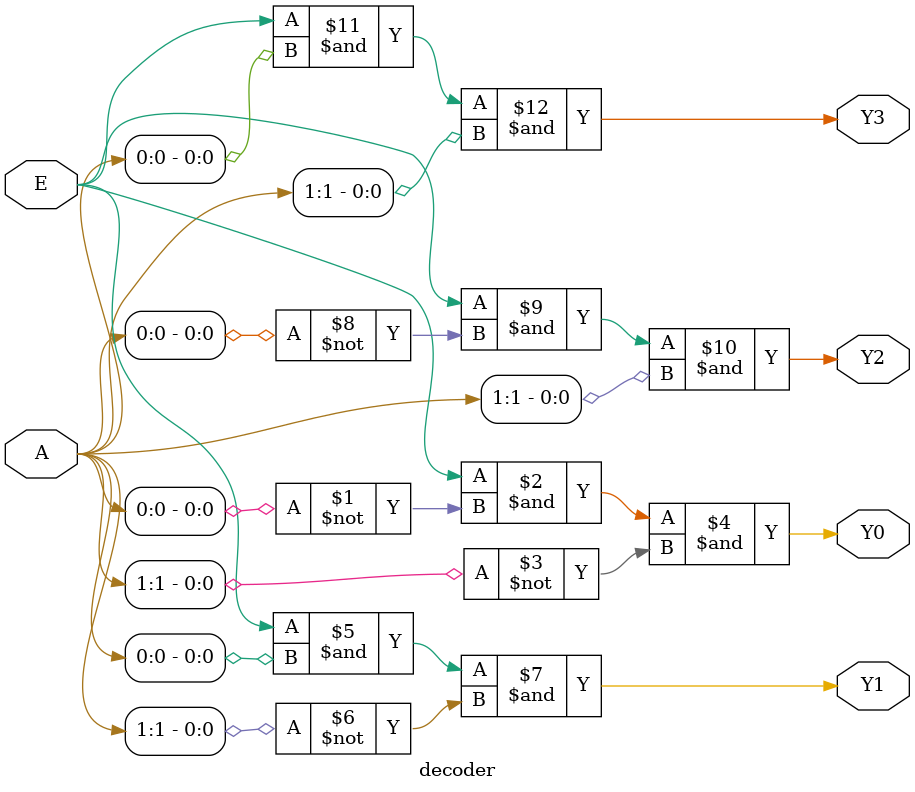
<source format=v>
module decoder(A,E,Y0,Y1,Y2,Y3);

    input [1:0] A;
    input E;
    output Y0,Y1,Y2,Y3;

    assign Y0 = (E) & (~A[0]) & (~A[1]);
    assign Y1 = (E) & (A[0]) & (~A[1]);
    assign Y2 = (E) & (~A[0]) & (A[1]);
    assign Y3 = (E) & (A[0]) & (A[1]); 

endmodule
</source>
